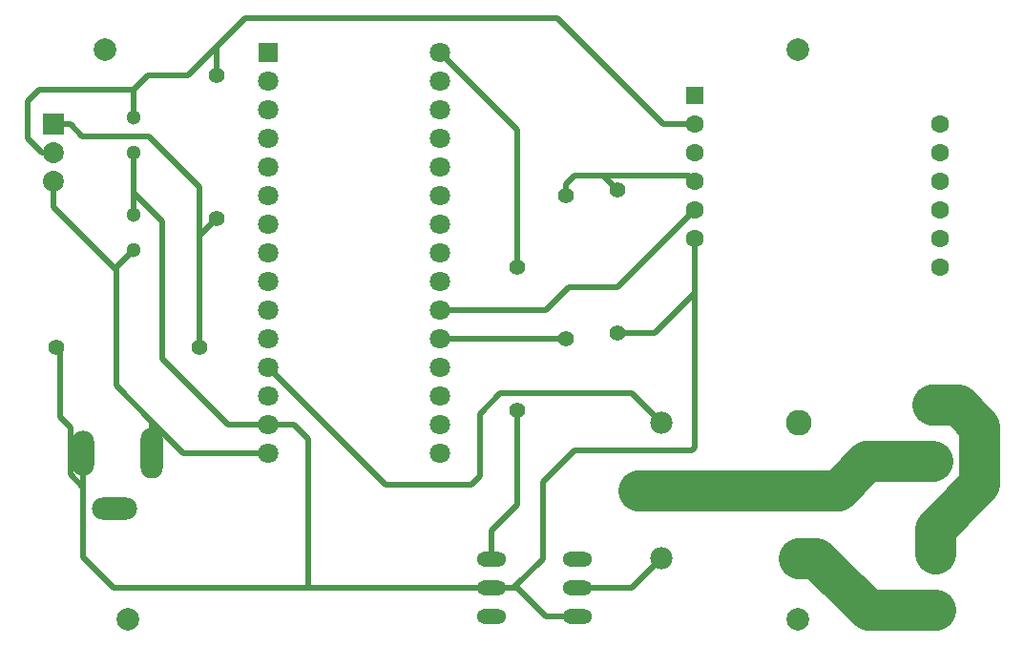
<source format=gbl>
G04 Layer_Physical_Order=2*
G04 Layer_Color=16711680*
%FSLAX42Y42*%
%MOMM*%
G71*
G01*
G75*
%ADD10C,0.51*%
%ADD11C,3.68*%
%ADD12C,1.80*%
%ADD13R,1.80X1.80*%
%ADD14R,1.86X1.86*%
%ADD15C,1.86*%
%ADD16R,1.65X1.65*%
%ADD17C,1.65*%
%ADD18O,2.00X4.00*%
%ADD19O,2.00X4.50*%
%ADD20O,4.00X2.00*%
%ADD21C,1.98*%
%ADD22C,2.29*%
%ADD23C,1.60*%
%ADD24R,1.60X1.60*%
%ADD25O,2.64X1.32*%
%ADD26C,2.00*%
%ADD27C,1.40*%
%ADD28C,1.30*%
D10*
X127Y4801D02*
Y5131D01*
X229Y5232D01*
X1067D01*
X617Y4818D02*
X1206D01*
X508Y4928D02*
X617Y4818D01*
X356Y4928D02*
X508D01*
X1232Y2286D02*
X1511Y2007D01*
X2261D01*
X5994Y4470D02*
X6045Y4420D01*
X5232Y4470D02*
X5994D01*
X4140Y1803D02*
Y2352D01*
X4064Y1727D02*
X4140Y1803D01*
X3302Y1727D02*
X4064D01*
X4140Y2352D02*
X4323Y2535D01*
X4470Y1549D02*
Y2388D01*
X4242Y1321D02*
X4470Y1549D01*
X4242Y1067D02*
Y1321D01*
X1067Y5232D02*
X1194Y5359D01*
X1549D01*
X1067Y4984D02*
Y5232D01*
X508Y1816D02*
Y2235D01*
X419Y2324D02*
X508Y2235D01*
X419Y2324D02*
Y2908D01*
X508Y1816D02*
X622Y1702D01*
X4978Y2032D02*
X6020D01*
X4699Y1753D02*
X4978Y2032D01*
X4699Y1067D02*
Y1753D01*
X4978Y4470D02*
X5232D01*
X4902Y4394D02*
X4978Y4470D01*
X4902Y4293D02*
Y4394D01*
X6020Y2032D02*
X6045Y2057D01*
X2261Y2769D02*
X3302Y1727D01*
X914Y3655D02*
X1067Y3807D01*
X914Y2603D02*
Y3632D01*
X356Y4191D02*
X914Y3632D01*
X356Y4191D02*
Y4420D01*
X6045Y3429D02*
Y3912D01*
Y2057D02*
Y3429D01*
X5690Y3073D02*
X6045Y3429D01*
X5359Y3073D02*
X5690D01*
X5232Y4470D02*
X5359Y4343D01*
Y3480D02*
X6045Y4166D01*
X4928Y3480D02*
X5359D01*
X4724Y3277D02*
X4928Y3480D01*
X3785Y3277D02*
X4724D01*
X127Y4801D02*
X254Y4674D01*
X1803Y5613D02*
X2057Y5867D01*
X1549Y5359D02*
X1803Y5613D01*
X4445Y813D02*
X4458Y826D01*
X914Y2603D02*
X1232Y2286D01*
X2057Y5867D02*
X4831D01*
X5771Y4928D01*
X6045D01*
X254Y4674D02*
X356D01*
X3785Y3023D02*
X4902D01*
X1803Y5359D02*
Y5613D01*
X3785Y5563D02*
X4470Y4877D01*
Y3658D02*
Y4877D01*
X5004Y813D02*
X5489D01*
X5753Y1076D01*
X1206Y4818D02*
X1656Y4369D01*
X1651Y4364D02*
X1656Y4369D01*
X1651Y3937D02*
Y4364D01*
Y3937D02*
X1803Y4089D01*
X1651Y2946D02*
Y3937D01*
X381Y2946D02*
X419Y2908D01*
X622Y1080D02*
Y1702D01*
Y1080D02*
X889Y813D01*
X2489Y2261D02*
X2616Y2134D01*
X2261Y2261D02*
X2489D01*
X622Y1702D02*
Y2007D01*
X889Y813D02*
X2616D01*
X4242D01*
X2616D02*
Y2134D01*
X1905Y2261D02*
X2261D01*
X1321Y2845D02*
X1905Y2261D01*
X1321Y2845D02*
Y4064D01*
X1067Y4318D02*
X1321Y4064D01*
X1067Y4318D02*
Y4674D01*
Y4117D02*
Y4318D01*
X4724Y559D02*
X5004D01*
X4458Y826D02*
X4724Y559D01*
X4458Y826D02*
X4699Y1067D01*
X4242Y813D02*
X4445D01*
X1232Y2007D02*
Y2286D01*
X4323Y2535D02*
X5494D01*
X5753Y2276D01*
D11*
X5553Y1676D02*
X7315D01*
X7573Y1934D01*
X8153D01*
X6973Y1076D02*
X7128D01*
X7591Y614D01*
X8179D01*
Y1114D02*
Y1339D01*
X8572Y1732D01*
Y2244D01*
X8382Y2434D02*
X8572Y2244D01*
X8153Y2434D02*
X8382D01*
D12*
X2261Y2007D02*
D03*
Y2515D02*
D03*
Y2261D02*
D03*
Y3023D02*
D03*
Y2769D02*
D03*
Y3531D02*
D03*
Y3277D02*
D03*
Y4039D02*
D03*
Y3785D02*
D03*
Y4547D02*
D03*
Y4293D02*
D03*
Y4801D02*
D03*
Y5055D02*
D03*
Y5309D02*
D03*
X3785Y2007D02*
D03*
Y2261D02*
D03*
Y2515D02*
D03*
Y2769D02*
D03*
Y3023D02*
D03*
Y3277D02*
D03*
Y3531D02*
D03*
Y3785D02*
D03*
Y4039D02*
D03*
Y4293D02*
D03*
Y4547D02*
D03*
Y4801D02*
D03*
Y5055D02*
D03*
Y5309D02*
D03*
Y5563D02*
D03*
D13*
X2261D02*
D03*
D14*
X356Y4928D02*
D03*
D15*
Y4674D02*
D03*
Y4420D02*
D03*
D16*
X8153Y1934D02*
D03*
X8179Y614D02*
D03*
D17*
X8153Y2434D02*
D03*
X8179Y1114D02*
D03*
D18*
X622Y2007D02*
D03*
D19*
X1232D02*
D03*
D20*
X902Y1511D02*
D03*
D21*
X5753Y2276D02*
D03*
Y1076D02*
D03*
D22*
X5553Y1676D02*
D03*
X6973Y1076D02*
D03*
Y2276D02*
D03*
D23*
X8224Y3658D02*
D03*
Y3912D02*
D03*
Y4166D02*
D03*
Y4420D02*
D03*
Y4674D02*
D03*
Y4928D02*
D03*
X6045Y3912D02*
D03*
Y4166D02*
D03*
Y4420D02*
D03*
Y4674D02*
D03*
Y4928D02*
D03*
D24*
Y5182D02*
D03*
D25*
X4242Y1067D02*
D03*
Y813D02*
D03*
X5004D02*
D03*
Y1067D02*
D03*
X4242Y559D02*
D03*
X5004D02*
D03*
D26*
X813Y5588D02*
D03*
X6960D02*
D03*
Y533D02*
D03*
X1016D02*
D03*
D27*
X381Y2946D02*
D03*
X1651D02*
D03*
X1803Y4089D02*
D03*
Y5359D02*
D03*
X4902Y3023D02*
D03*
Y4293D02*
D03*
X4470Y3658D02*
D03*
Y2388D02*
D03*
X5359Y3073D02*
D03*
Y4343D02*
D03*
D28*
X1067Y4117D02*
D03*
Y3807D02*
D03*
Y4674D02*
D03*
Y4984D02*
D03*
M02*

</source>
